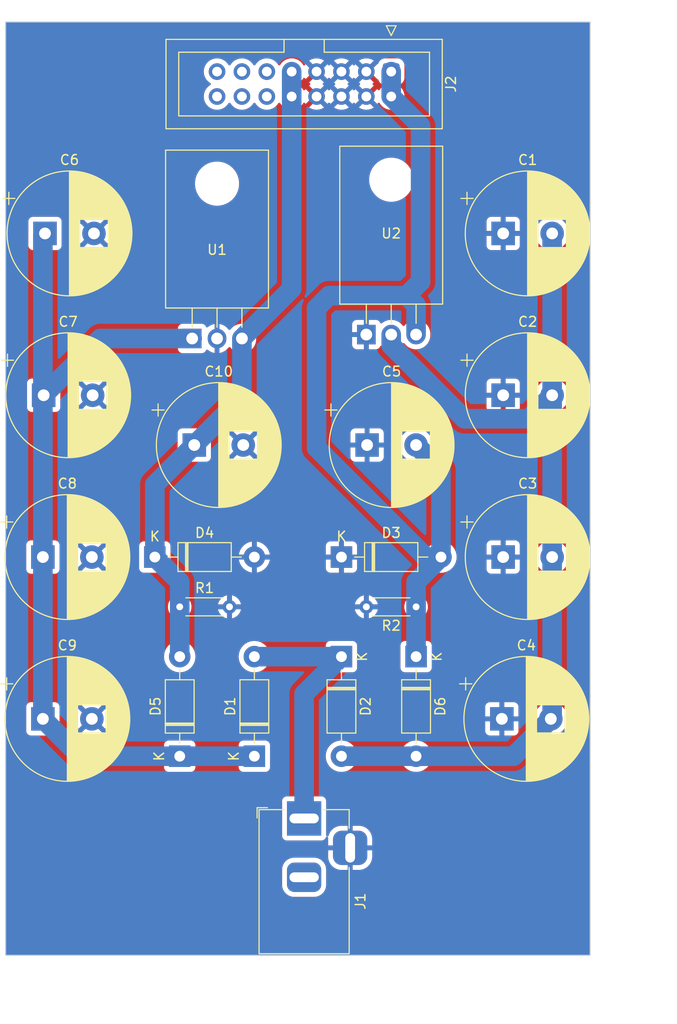
<source format=kicad_pcb>
(kicad_pcb (version 20221018) (generator pcbnew)
  (layers (0 "F.Cu" signal) (31 "B.Cu" signal) (34 "B.Paste" user) (35 "F.Paste" user) (36 "B.SilkS" user "B.Silkscreen") (37 "F.SilkS" user "F.Silkscreen") (38 "B.Mask" user) (39 "F.Mask" user) (44 "Edge.Cuts" user))
  (net 0 "")
  (net 1 "Net-(D3-K)")
  (net 2 "Net-(D2-A)")
  (net 3 "Net-(D3-A)")
  (net 4 "Net-(D1-K)")
  (net 5 "Net-(D4-K)")
  (net 6 "Net-(D1-A)")
  (footprint "Capacitor_THT:CP_Radial_D12.5mm_P5.00mm" (layer "F.Cu") (at 50.663959 71.12)
    (fp_text reference "C4" (at 2.5 -7.5) (layer "F.SilkS"))
    (fp_text value "3300µF")
    (pad "1" thru_hole rect (at 0 0) (size 2.4 2.4) (drill 1.2) (layers "*.Cu" "*.Mask") (net 1 "Net-(D3-K)"))
    (pad "2" thru_hole circle (at 5 0) (size 2.4 2.4) (drill 1.2) (layers "*.Cu" "*.Mask") (net 2 "Net-(D2-A)"))
  )
  (footprint "Package_TO_SOT_THT:TO-220F-3_Horizontal_TabDown" (layer "F.Cu") (at 36.83 31.91)
    (fp_text reference "U2" (at 2.54 -10.32) (layer "F.SilkS"))
    (fp_text value "L7912")
    (pad "" np_thru_hole oval (at 2.54 -15.8) (size 3.5 3.5) (drill 3.5) (layers "*.Cu" "*.Mask"))
    (pad "1" thru_hole rect (at 0 0) (size 1.905 2) (drill 1.2) (layers "*.Cu" "*.Mask") (net 1 "Net-(D3-K)"))
    (pad "2" thru_hole oval (at 2.54 0) (size 1.905 2) (drill 1.2) (layers "*.Cu" "*.Mask") (net 2 "Net-(D2-A)"))
    (pad "3" thru_hole oval (at 5.08 0) (size 1.905 2) (drill 1.2) (layers "*.Cu" "*.Mask") (net 3 "Net-(D3-A)"))
  )
  (footprint "Capacitor_THT:CP_Radial_D12.5mm_P5.00mm" (layer "F.Cu") (at 50.8 54.61)
    (fp_text reference "C3" (at 2.5 -7.5) (layer "F.SilkS"))
    (fp_text value "3300µF")
    (pad "1" thru_hole rect (at 0 0) (size 2.4 2.4) (drill 1.2) (layers "*.Cu" "*.Mask") (net 1 "Net-(D3-K)"))
    (pad "2" thru_hole circle (at 5 0) (size 2.4 2.4) (drill 1.2) (layers "*.Cu" "*.Mask") (net 2 "Net-(D2-A)"))
  )
  (footprint "Capacitor_THT:CP_Radial_D12.5mm_P5.00mm" (layer "F.Cu") (at 50.8 21.59)
    (fp_text reference "C1" (at 2.5 -7.5) (layer "F.SilkS"))
    (fp_text value "1µF")
    (pad "1" thru_hole rect (at 0 0) (size 2.4 2.4) (drill 1.2) (layers "*.Cu" "*.Mask") (net 1 "Net-(D3-K)"))
    (pad "2" thru_hole circle (at 5 0) (size 2.4 2.4) (drill 1.2) (layers "*.Cu" "*.Mask") (net 2 "Net-(D2-A)"))
  )
  (footprint "Capacitor_THT:CP_Radial_D12.5mm_P5.00mm" (layer "F.Cu") (at 4.026041 21.59)
    (fp_text reference "C6" (at 2.5 -7.5) (layer "F.SilkS"))
    (fp_text value "1µF")
    (pad "1" thru_hole rect (at 0 0) (size 2.4 2.4) (drill 1.2) (layers "*.Cu" "*.Mask") (net 4 "Net-(D1-K)"))
    (pad "2" thru_hole circle (at 5 0) (size 2.4 2.4) (drill 1.2) (layers "*.Cu" "*.Mask") (net 1 "Net-(D3-K)"))
  )
  (footprint "Connector_BarrelJack:BarrelJack_Horizontal" (layer "F.Cu") (at 30.48 81.28 90)
    (fp_text reference "J1" (at -8.45 5.75 90) (layer "F.SilkS"))
    (fp_text value "Barrel_Jack_Switch_Pin3Ring")
    (pad "1" thru_hole rect (at 0 0 90) (size 3.5 3.5) (drill oval 1 3) (layers "*.Cu" "*.Mask") (net 6 "Net-(D1-A)"))
    (pad "2" thru_hole roundrect (at -6 0 90) (size 3 3.5) (drill oval 1 3) (layers "*.Cu" "*.Mask"))
    (pad "3" thru_hole roundrect (at -3 4.7 90) (size 3.5 3.5) (drill oval 3 1) (layers "*.Cu" "*.Mask") (net 1 "Net-(D3-K)"))
  )
  (footprint "Capacitor_THT:CP_Radial_D12.5mm_P5.00mm" (layer "F.Cu") (at 3.81 54.61)
    (fp_text reference "C8" (at 2.5 -7.5) (layer "F.SilkS"))
    (fp_text value "3300µF")
    (pad "1" thru_hole rect (at 0 0) (size 2.4 2.4) (drill 1.2) (layers "*.Cu" "*.Mask") (net 4 "Net-(D1-K)"))
    (pad "2" thru_hole circle (at 5 0) (size 2.4 2.4) (drill 1.2) (layers "*.Cu" "*.Mask") (net 1 "Net-(D3-K)"))
  )
  (footprint "Resistor_THT:R_Axial_DIN0204_L3.6mm_D1.6mm_P5.08mm_Horizontal" (layer "F.Cu") (at 17.78 59.69)
    (fp_text reference "R1" (at 2.54 -1.92) (layer "F.SilkS"))
    (fp_text value "2k4")
    (pad "1" thru_hole circle (at 0 0) (size 1.4 1.4) (drill 0.7) (layers "*.Cu" "*.Mask") (net 5 "Net-(D4-K)"))
    (pad "2" thru_hole oval (at 5.08 0) (size 1.4 1.4) (drill 0.7) (layers "*.Cu" "*.Mask") (net 1 "Net-(D3-K)"))
  )
  (footprint "Diode_THT:D_DO-41_SOD81_P10.16mm_Horizontal" (layer "F.Cu") (at 41.91 64.77 -90)
    (fp_text reference "D6" (at 5.08 -2.47 90) (layer "F.SilkS"))
    (fp_text value "1N4004")
    (fp_text user "K" (at 0 -2.1 90) (layer "F.SilkS"))
    (pad "1" thru_hole rect (at 0 0 270) (size 2.2 2.2) (drill 1.1) (layers "*.Cu" "*.Mask") (net 3 "Net-(D3-A)"))
    (pad "2" thru_hole oval (at 10.16 0 270) (size 2.2 2.2) (drill 1.1) (layers "*.Cu" "*.Mask") (net 2 "Net-(D2-A)"))
  )
  (footprint "Resistor_THT:R_Axial_DIN0204_L3.6mm_D1.6mm_P5.08mm_Horizontal" (layer "F.Cu") (at 41.91 59.69 180)
    (fp_text reference "R2" (at 2.54 -1.92) (layer "F.SilkS"))
    (fp_text value "2k4")
    (pad "1" thru_hole circle (at 0 0 180) (size 1.4 1.4) (drill 0.7) (layers "*.Cu" "*.Mask") (net 3 "Net-(D3-A)"))
    (pad "2" thru_hole oval (at 5.08 0 180) (size 1.4 1.4) (drill 0.7) (layers "*.Cu" "*.Mask") (net 1 "Net-(D3-K)"))
  )
  (footprint "Diode_THT:D_DO-41_SOD81_P10.16mm_Horizontal" (layer "F.Cu") (at 25.4 74.93 90)
    (fp_text reference "D1" (at 5.08 -2.47 90) (layer "F.SilkS"))
    (fp_text value "1N4004")
    (fp_text user "K" (at 0 -2.1 90) (layer "F.SilkS"))
    (pad "1" thru_hole rect (at 0 0 90) (size 2.2 2.2) (drill 1.1) (layers "*.Cu" "*.Mask") (net 4 "Net-(D1-K)"))
    (pad "2" thru_hole oval (at 10.16 0 90) (size 2.2 2.2) (drill 1.1) (layers "*.Cu" "*.Mask") (net 6 "Net-(D1-A)"))
  )
  (footprint "Diode_THT:D_DO-41_SOD81_P10.16mm_Horizontal" (layer "F.Cu") (at 15.24 54.61)
    (fp_text reference "D4" (at 5.08 -2.47) (layer "F.SilkS"))
    (fp_text value "1N4004")
    (fp_text user "K" (at 0 -2.1) (layer "F.SilkS"))
    (pad "1" thru_hole rect (at 0 0) (size 2.2 2.2) (drill 1.1) (layers "*.Cu" "*.Mask") (net 5 "Net-(D4-K)"))
    (pad "2" thru_hole oval (at 10.16 0) (size 2.2 2.2) (drill 1.1) (layers "*.Cu" "*.Mask") (net 1 "Net-(D3-K)"))
  )
  (footprint "Diode_THT:D_DO-41_SOD81_P10.16mm_Horizontal" (layer "F.Cu") (at 34.29 64.77 -90)
    (fp_text reference "D2" (at 5.08 -2.47 90) (layer "F.SilkS"))
    (fp_text value "1N4004")
    (fp_text user "K" (at 0 -2.1 90) (layer "F.SilkS"))
    (pad "1" thru_hole rect (at 0 0 270) (size 2.2 2.2) (drill 1.1) (layers "*.Cu" "*.Mask") (net 6 "Net-(D1-A)"))
    (pad "2" thru_hole oval (at 10.16 0 270) (size 2.2 2.2) (drill 1.1) (layers "*.Cu" "*.Mask") (net 2 "Net-(D2-A)"))
  )
  (footprint "Diode_THT:D_DO-41_SOD81_P10.16mm_Horizontal" (layer "F.Cu") (at 17.78 74.93 90)
    (fp_text reference "D5" (at 5.08 -2.47 90) (layer "F.SilkS"))
    (fp_text value "1N4004")
    (fp_text user "K" (at 0 -2.1 90) (layer "F.SilkS"))
    (pad "1" thru_hole rect (at 0 0 90) (size 2.2 2.2) (drill 1.1) (layers "*.Cu" "*.Mask") (net 4 "Net-(D1-K)"))
    (pad "2" thru_hole oval (at 10.16 0 90) (size 2.2 2.2) (drill 1.1) (layers "*.Cu" "*.Mask") (net 5 "Net-(D4-K)"))
  )
  (footprint "Capacitor_THT:CP_Radial_D12.5mm_P5.00mm" (layer "F.Cu") (at 36.91 43.18)
    (fp_text reference "C5" (at 2.5 -7.5) (layer "F.SilkS"))
    (fp_text value "1µF")
    (pad "1" thru_hole rect (at 0 0) (size 2.4 2.4) (drill 1.2) (layers "*.Cu" "*.Mask") (net 1 "Net-(D3-K)"))
    (pad "2" thru_hole circle (at 5 0) (size 2.4 2.4) (drill 1.2) (layers "*.Cu" "*.Mask") (net 3 "Net-(D3-A)"))
  )
  (footprint "Package_TO_SOT_THT:TO-220F-3_Horizontal_TabDown" (layer "F.Cu") (at 19.05 32.31)
    (fp_text reference "U1" (at 2.54 -9.05) (layer "F.SilkS"))
    (fp_text value "L7812")
    (pad "" np_thru_hole oval (at 2.54 -15.8) (size 3.5 3.5) (drill 3.5) (layers "*.Cu" "*.Mask"))
    (pad "1" thru_hole rect (at 0 0) (size 1.905 2) (drill 1.2) (layers "*.Cu" "*.Mask") (net 4 "Net-(D1-K)"))
    (pad "2" thru_hole oval (at 2.54 0) (size 1.905 2) (drill 1.2) (layers "*.Cu" "*.Mask") (net 1 "Net-(D3-K)"))
    (pad "3" thru_hole oval (at 5.08 0) (size 1.905 2) (drill 1.2) (layers "*.Cu" "*.Mask") (net 5 "Net-(D4-K)"))
  )
  (footprint "Capacitor_THT:CP_Radial_D12.5mm_P5.00mm" (layer "F.Cu") (at 3.89 38.1)
    (fp_text reference "C7" (at 2.5 -7.5) (layer "F.SilkS"))
    (fp_text value "3300µF")
    (pad "1" thru_hole rect (at 0 0) (size 2.4 2.4) (drill 1.2) (layers "*.Cu" "*.Mask") (net 4 "Net-(D1-K)"))
    (pad "2" thru_hole circle (at 5 0) (size 2.4 2.4) (drill 1.2) (layers "*.Cu" "*.Mask") (net 1 "Net-(D3-K)"))
  )
  (footprint "Capacitor_THT:CP_Radial_D12.5mm_P5.00mm" (layer "F.Cu") (at 3.81 71.12)
    (fp_text reference "C9" (at 2.5 -7.5) (layer "F.SilkS"))
    (fp_text value "3300µF")
    (pad "1" thru_hole rect (at 0 0) (size 2.4 2.4) (drill 1.2) (layers "*.Cu" "*.Mask") (net 4 "Net-(D1-K)"))
    (pad "2" thru_hole circle (at 5 0) (size 2.4 2.4) (drill 1.2) (layers "*.Cu" "*.Mask") (net 1 "Net-(D3-K)"))
  )
  (footprint "Capacitor_THT:CP_Radial_D12.5mm_P5.00mm" (layer "F.Cu") (at 19.266041 43.18)
    (fp_text reference "C10" (at 2.5 -7.5) (layer "F.SilkS"))
    (fp_text value "1µF")
    (pad "1" thru_hole rect (at 0 0) (size 2.4 2.4) (drill 1.2) (layers "*.Cu" "*.Mask") (net 5 "Net-(D4-K)"))
    (pad "2" thru_hole circle (at 5 0) (size 2.4 2.4) (drill 1.2) (layers "*.Cu" "*.Mask") (net 1 "Net-(D3-K)"))
  )
  (footprint "Diode_THT:D_DO-41_SOD81_P10.16mm_Horizontal" (layer "F.Cu") (at 34.29 54.61)
    (fp_text reference "D3" (at 5.08 -2.47) (layer "F.SilkS"))
    (fp_text value "1N4004")
    (fp_text user "K" (at 0 -2.1) (layer "F.SilkS"))
    (pad "1" thru_hole rect (at 0 0) (size 2.2 2.2) (drill 1.1) (layers "*.Cu" "*.Mask") (net 1 "Net-(D3-K)"))
    (pad "2" thru_hole oval (at 10.16 0) (size 2.2 2.2) (drill 1.1) (layers "*.Cu" "*.Mask") (net 3 "Net-(D3-A)"))
  )
  (footprint "Capacitor_THT:CP_Radial_D12.5mm_P5.00mm" (layer "F.Cu") (at 50.8 38.1)
    (fp_text reference "C2" (at 2.5 -7.5) (layer "F.SilkS"))
    (fp_text value "3300µF")
    (pad "1" thru_hole rect (at 0 0) (size 2.4 2.4) (drill 1.2) (layers "*.Cu" "*.Mask") (net 1 "Net-(D3-K)"))
    (pad "2" thru_hole circle (at 5 0) (size 2.4 2.4) (drill 1.2) (layers "*.Cu" "*.Mask") (net 2 "Net-(D2-A)"))
  )
  (footprint "Connector_IDC:IDC-Header_2x08_P2.54mm_Vertical" (layer "F.Cu") (at 39.37 5.08 -90)
    (fp_text reference "J2" (at 1.27 -6.1 90) (layer "F.SilkS"))
    (fp_text value "Conn_02x08_Odd_Even")
    (pad "1" thru_hole roundrect (at 0 0 270) (size 1.7 1.7) (drill 1) (layers "*.Cu" "*.Mask") (roundrect_rratio 0.147059) (net 3 "Net-(D3-A)"))
    (pad "2" thru_hole circle (at 2.54 0 270) (size 1.7 1.7) (drill 1) (layers "*.Cu" "*.Mask") (net 3 "Net-(D3-A)"))
    (pad "3" thru_hole circle (at 0 2.54 270) (size 1.7 1.7) (drill 1) (layers "*.Cu" "*.Mask") (net 1 "Net-(D3-K)"))
    (pad "4" thru_hole circle (at 2.54 2.54 270) (size 1.7 1.7) (drill 1) (layers "*.Cu" "*.Mask") (net 1 "Net-(D3-K)"))
    (pad "5" thru_hole circle (at 0 5.08 270) (size 1.7 1.7) (drill 1) (layers "*.Cu" "*.Mask") (net 1 "Net-(D3-K)"))
    (pad "6" thru_hole circle (at 2.54 5.08 270) (size 1.7 1.7) (drill 1) (layers "*.Cu" "*.Mask") (net 1 "Net-(D3-K)"))
    (pad "7" thru_hole circle (at 0 7.62 270) (size 1.7 1.7) (drill 1) (layers "*.Cu" "*.Mask") (net 1 "Net-(D3-K)"))
    (pad "8" thru_hole circle (at 2.54 7.62 270) (size 1.7 1.7) (drill 1) (layers "*.Cu" "*.Mask") (net 1 "Net-(D3-K)"))
    (pad "9" thru_hole circle (at 0 10.16 270) (size 1.7 1.7) (drill 1) (layers "*.Cu" "*.Mask") (net 5 "Net-(D4-K)"))
    (pad "10" thru_hole circle (at 2.54 10.16 270) (size 1.7 1.7) (drill 1) (layers "*.Cu" "*.Mask") (net 5 "Net-(D4-K)"))
    (pad "11" thru_hole circle (at 0 12.7 270) (size 1.7 1.7) (drill 1) (layers "*.Cu" "*.Mask"))
    (pad "12" thru_hole circle (at 2.54 12.7 270) (size 1.7 1.7) (drill 1) (layers "*.Cu" "*.Mask"))
    (pad "13" thru_hole circle (at 0 15.24 270) (size 1.7 1.7) (drill 1) (layers "*.Cu" "*.Mask"))
    (pad "14" thru_hole circle (at 2.54 15.24 270) (size 1.7 1.7) (drill 1) (layers "*.Cu" "*.Mask"))
    (pad "15" thru_hole circle (at 0 17.78 270) (size 1.7 1.7) (drill 1) (layers "*.Cu" "*.Mask"))
    (pad "16" thru_hole circle (at 2.54 17.78 270) (size 1.7 1.7) (drill 1) (layers "*.Cu" "*.Mask"))
  )
  (gr_rect (start 0 0) (end 59.69 95.25) (stroke (width 0.1)) (fill none) (layer "Edge.Cuts"))
  (segment (start 34.29 74.93) (end 51.853959 74.93) (width 2) (layer "B.Cu") (net 2))
  (segment (start 53.4 40.5) (end 46.85 40.5) (width 2) (layer "B.Cu") (net 2))
  (segment (start 55.8 38.1) (end 53.4 40.5) (width 2) (layer "B.Cu") (net 2))
  (segment (start 55.8 21.59) (end 55.8 70.983959) (width 2) (layer "B.Cu") (net 2))
  (segment (start 39.37 33.02) (end 39.37 31.91) (width 2) (layer "B.Cu") (net 2))
  (segment (start 55.8 70.983959) (end 55.663959 71.12) (width 2) (layer "B.Cu") (net 2))
  (segment (start 46.85 40.5) (end 39.37 33.02) (width 2) (layer "B.Cu") (net 2))
  (segment (start 51.853959 74.93) (end 55.663959 71.12) (width 2) (layer "B.Cu") (net 2))
  (segment (start 42.37 10.62) (end 39.37 7.62) (width 2) (layer "B.Cu") (net 3))
  (segment (start 33.02 27.94) (end 40.94 27.94) (width 2) (layer "B.Cu") (net 3))
  (segment (start 31.75 43.465634) (end 31.75 29.21) (width 2) (layer "B.Cu") (net 3))
  (segment (start 40.94 27.94) (end 42.37 26.51) (width 2) (layer "B.Cu") (net 3))
  (segment (start 41.91 64.77) (end 41.91 57.15) (width 2) (layer "B.Cu") (net 3))
  (segment (start 42.894366 54.61) (end 31.75 43.465634) (width 2) (layer "B.Cu") (net 3))
  (segment (start 41.91 57.15) (end 44.45 54.61) (width 2) (layer "B.Cu") (net 3))
  (segment (start 42.37 26.51) (end 42.37 10.62) (width 2) (layer "B.Cu") (net 3))
  (segment (start 44.45 54.61) (end 44.45 45.72) (width 2) (layer "B.Cu") (net 3))
  (segment (start 41.91 28.91) (end 41.91 31.91) (width 2) (layer "B.Cu") (net 3))
  (segment (start 31.75 29.21) (end 33.02 27.94) (width 2) (layer "B.Cu") (net 3))
  (segment (start 40.94 27.94) (end 41.91 28.91) (width 2) (layer "B.Cu") (net 3))
  (segment (start 39.37 5.08) (end 39.37 7.62) (width 2) (layer "B.Cu") (net 3))
  (segment (start 44.45 45.72) (end 41.91 43.18) (width 2) (layer "B.Cu") (net 3))
  (segment (start 44.45 54.61) (end 42.894366 54.61) (width 2) (layer "B.Cu") (net 3))
  (segment (start 25.4 74.93) (end 7.62 74.93) (width 2) (layer "B.Cu") (net 4))
  (segment (start 3.89 38.1) (end 9.68 32.31) (width 2) (layer "B.Cu") (net 4))
  (segment (start 9.68 32.31) (end 19.05 32.31) (width 2) (layer "B.Cu") (net 4))
  (segment (start 3.81 71.12) (end 3.81 21.806041) (width 2) (layer "B.Cu") (net 4))
  (segment (start 3.81 21.806041) (end 4.026041 21.59) (width 2) (layer "B.Cu") (net 4))
  (segment (start 7.62 74.93) (end 3.81 71.12) (width 2) (layer "B.Cu") (net 4))
  (segment (start 15.24 47.206041) (end 19.266041 43.18) (width 2) (layer "B.Cu") (net 5))
  (segment (start 17.78 64.77) (end 17.78 57.15) (width 2) (layer "B.Cu") (net 5))
  (segment (start 29.21 27.23) (end 29.21 5.08) (width 2) (layer "B.Cu") (net 5))
  (segment (start 19.266041 43.18) (end 24.13 38.316041) (width 2) (layer "B.Cu") (net 5))
  (segment (start 17.78 57.15) (end 15.24 54.61) (width 2) (layer "B.Cu") (net 5))
  (segment (start 24.13 38.316041) (end 24.13 32.31) (width 2) (layer "B.Cu") (net 5))
  (segment (start 15.24 54.61) (end 15.24 47.206041) (width 2) (layer "B.Cu") (net 5))
  (segment (start 24.13 32.31) (end 29.21 27.23) (width 2) (layer "B.Cu") (net 5))
  (segment (start 30.48 81.28) (end 30.48 68.58) (width 2) (layer "B.Cu") (net 6))
  (segment (start 30.48 68.58) (end 34.29 64.77) (width 2) (layer "B.Cu") (net 6))
  (segment (start 34.29 64.77) (end 25.4 64.77) (width 2) (layer "B.Cu") (net 6))
  (zone (net 1) (net_name "Net-(D3-K)") (layer "F.Cu") (priority 1) (connect_pads (clearance 0.5)) (min_thickness 0.25) (fill yes (thermal_gap 0.5) (thermal_bridge_width 0.5))
    (polygon (pts (xy 59.69 0) (xy 0 0) (xy 0 95.25) (xy 59.69 95.25)))
  )
  (zone (net 1) (net_name "Net-(D3-K)") (layer "B.Cu") (connect_pads (clearance 0.5)) (min_thickness 0.25) (fill yes (thermal_gap 0.5) (thermal_bridge_width 0.5))
    (polygon (pts (xy 59.69 0) (xy 0 0) (xy 0 95.25) (xy 59.69 95.25)))
  )
)
</source>
